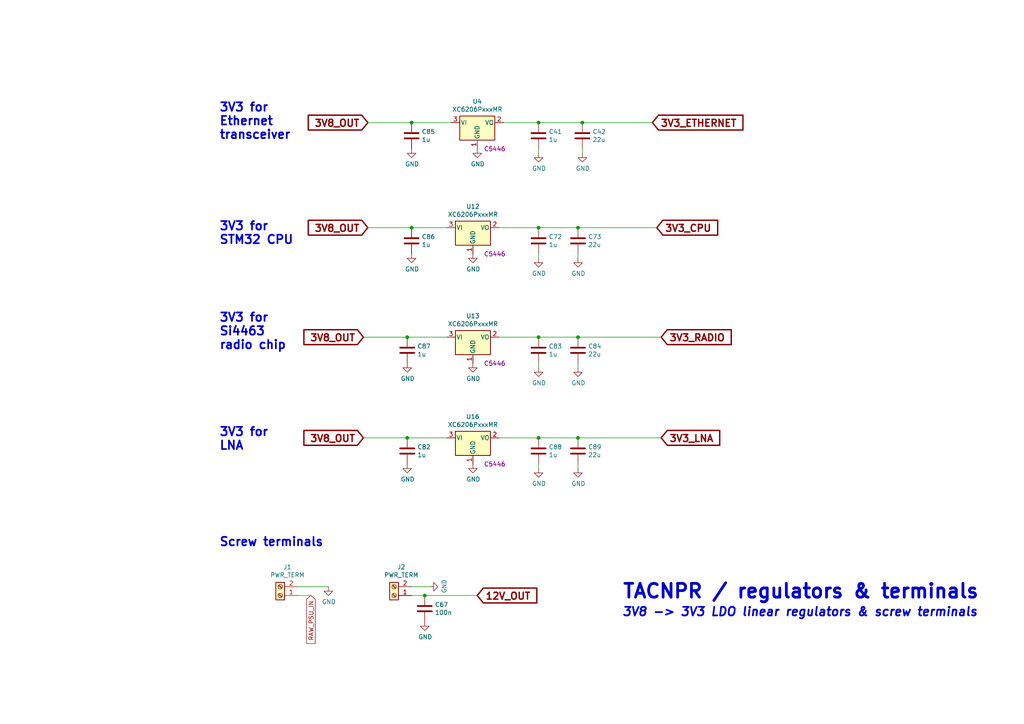
<source format=kicad_sch>
(kicad_sch (version 20211123) (generator eeschema)
  (paper "A4")
  (title_block (title "TACNPR (linear regulators)") (rev "C"))
  (lib_symbols
    (symbol "Connector:Screw_Terminal_01x02" (pin_names (offset 1.016) hide)
      (property "Reference" "J" (at 0 2.54 0))
      (property "Value" "Screw_Terminal_01x02" (at 0 -5.08 0))
      (symbol "Screw_Terminal_01x02_1_1"
        (rectangle (start -1.27 1.27) (end 1.27 -3.81) (stroke (width 0.254)) (fill (type background)))
        (circle (center 0 -2.54) (radius 0.635) (stroke (width 0.1524)))
        (polyline (pts (xy -0.5334 -2.2098) (xy 0.3302 -3.048)) (stroke (width 0.1524)))
        (polyline (pts (xy -0.5334 0.3302) (xy 0.3302 -0.508)) (stroke (width 0.1524)))
        (polyline (pts (xy -0.3556 -2.032) (xy 0.508 -2.8702)) (stroke (width 0.1524)))
        (polyline (pts (xy -0.3556 0.508) (xy 0.508 -0.3302)) (stroke (width 0.1524)))
        (circle (center 0 0) (radius 0.635) (stroke (width 0.1524)))
        (pin passive line (at -5.08 0 0) (length 3.81) (name "Pin_1") (number "1"))
        (pin passive line (at -5.08 -2.54 0) (length 3.81) (name "Pin_2") (number "2"))
      )
    )
    (symbol "Device:C" (pin_numbers hide) (pin_names (offset 0.254))
      (property "Reference" "C" (at 0.635 2.54 0))
      (property "Value" "C" (at 0.635 -2.54 0))
      (symbol "C_0_1"
        (polyline (pts (xy -2.032 -0.762) (xy 2.032 -0.762)) (stroke (width 0.508)))
        (polyline (pts (xy -2.032 0.762) (xy 2.032 0.762)) (stroke (width 0.508)))
      )
      (symbol "C_1_1"
        (pin passive line (at 0 3.81 270) (length 2.794) (name "~") (number "1"))
        (pin passive line (at 0 -3.81 90) (length 2.794) (name "~") (number "2"))
      )
    )
    (symbol "Regulator_Linear:XC6206PxxxMR" (pin_names (offset 0.254))
      (property "Reference" "U" (at -3.81 3.175 0))
      (property "Value" "XC6206PxxxMR" (at 0 3.175 0))
      (symbol "XC6206PxxxMR_0_1"
        (rectangle (start -5.08 1.905) (end 5.08 -5.08) (stroke (width 0.254)) (fill (type background)))
      )
      (symbol "XC6206PxxxMR_1_1"
        (pin power_in line (at 0 -7.62 90) (length 2.54) (name "GND") (number "1"))
        (pin power_out line (at 7.62 0 180) (length 2.54) (name "VO") (number "2"))
        (pin power_in line (at -7.62 0 0) (length 2.54) (name "VI") (number "3"))
      )
    )
    (symbol "power:GND" (power) (pin_names (offset 0))
      (property "Value" "GND" (at 0 -3.81 0))
      (symbol "GND_0_1"
        (polyline (pts (xy 0 0) (xy 0 -1.27) (xy 1.27 -1.27) (xy 0 -2.54) (xy -1.27 -1.27) (xy 0 -1.27)))
      )
      (symbol "GND_1_1"
        (pin power_in line (at 0 0 270) (length 0) hide (name "GND") (number "1"))
      )
    )
  )
  (junction (at 167.64 66.04))
  (junction (at 167.64 97.79))
  (junction (at 156.21 35.56))
  (junction (at 119.38 35.56))
  (junction (at 168.91 35.56))
  (junction (at 118.11 127))
  (junction (at 156.21 66.04))
  (junction (at 156.21 97.79))
  (junction (at 156.21 127))
  (junction (at 123.19 172.72))
  (junction (at 118.11 97.79))
  (junction (at 167.64 127))
  (junction (at 119.38 66.04))
  (wire (pts (xy 167.64 106.68) (xy 167.64 105.41)))
  (wire (pts (xy 106.68 35.56) (xy 119.38 35.56)))
  (wire (pts (xy 156.21 97.79) (xy 167.64 97.79)))
  (wire (pts (xy 156.21 35.56) (xy 168.91 35.56)))
  (wire (pts (xy 156.21 135.89) (xy 156.21 134.62)))
  (wire (pts (xy 144.78 97.79) (xy 156.21 97.79)))
  (wire (pts (xy 167.64 135.89) (xy 167.64 134.62)))
  (wire (pts (xy 144.78 66.04) (xy 156.21 66.04)))
  (wire (pts (xy 119.38 170.18) (xy 124.46 170.18)))
  (wire (pts (xy 156.21 127) (xy 167.64 127)))
  (wire (pts (xy 86.36 172.72) (xy 90.17 172.72)))
  (wire (pts (xy 86.36 170.18) (xy 95.25 170.18)))
  (wire (pts (xy 156.21 74.93) (xy 156.21 73.66)))
  (wire (pts (xy 119.38 35.56) (xy 130.81 35.56)))
  (wire (pts (xy 106.68 66.04) (xy 119.38 66.04)))
  (wire (pts (xy 156.21 66.04) (xy 167.64 66.04)))
  (wire (pts (xy 168.91 35.56) (xy 189.23 35.56)))
  (wire (pts (xy 156.21 44.45) (xy 156.21 43.18)))
  (wire (pts (xy 156.21 106.68) (xy 156.21 105.41)))
  (wire (pts (xy 118.11 97.79) (xy 129.54 97.79)))
  (wire (pts (xy 167.64 66.04) (xy 190.5 66.04)))
  (wire (pts (xy 119.38 66.04) (xy 129.54 66.04)))
  (wire (pts (xy 118.11 127) (xy 129.54 127)))
  (wire (pts (xy 105.41 97.79) (xy 118.11 97.79)))
  (wire (pts (xy 123.19 172.72) (xy 119.38 172.72)))
  (wire (pts (xy 167.64 74.93) (xy 167.64 73.66)))
  (wire (pts (xy 168.91 44.45) (xy 168.91 43.18)))
  (wire (pts (xy 167.64 127) (xy 191.77 127)))
  (wire (pts (xy 167.64 97.79) (xy 191.77 97.79)))
  (wire (pts (xy 105.41 127) (xy 118.11 127)))
  (wire (pts (xy 146.05 35.56) (xy 156.21 35.56)))
  (wire (pts (xy 144.78 127) (xy 156.21 127)))
  (wire (pts (xy 138.43 172.72) (xy 123.19 172.72)))
  (text "Screw terminals" (at 63.5 158.75 0) (effects (font (size 2.4638 2.4638) (thickness 0.4928) bold) (justify left bottom)))
  (text "3V3 for \nSTM32 CPU" (at 63.5 71.12 0) (effects (font (size 2.4638 2.4638) (thickness 0.4928) bold) (justify left bottom)))
  (text "TACNPR / regulators & terminals" (at 180.34 173.99 0) (effects (font (size 4.0132 4.0132) (thickness 0.8026) bold) (justify left bottom)))
  (text "3V3 for \nEthernet \ntransceiver" (at 63.5 40.64 0) (effects (font (size 2.4638 2.4638) (thickness 0.4928) bold) (justify left bottom)))
  (text "3V3 for \nLNA" (at 63.5 130.81 0) (effects (font (size 2.4638 2.4638) (thickness 0.4928) bold) (justify left bottom)))
  (text "3V3 for \nSi4463 \nradio chip" (at 63.5 101.6 0) (effects (font (size 2.4638 2.4638) (thickness 0.4928) bold) (justify left bottom)))
  (text "3V8 -> 3V3 LDO linear regulators & screw terminals" (at 180.34 179.07 0) (effects (font (size 2.4892 2.4892) (thickness 0.4978) bold italic) (justify left bottom)))
  (global_label "3V8_OUT" (shape input) (at 106.68 35.56 180) (effects (font (size 2.0066 2.0066) (thickness 0.4013) bold)) (property "Intersheet References" "${INTERSHEET_REFS}" (effects hide)))
  (global_label "3V3_CPU" (shape input) (at 190.5 66.04 0) (effects (font (size 2.0066 2.0066) (thickness 0.4013) bold)) (property "Intersheet References" "${INTERSHEET_REFS}" (effects hide)))
  (global_label "3V8_OUT" (shape input) (at 106.68 66.04 180) (effects (font (size 2.0066 2.0066) (thickness 0.4013) bold)) (property "Intersheet References" "${INTERSHEET_REFS}" (effects hide)))
  (global_label "12V_OUT" (shape input) (at 138.43 172.72 0) (effects (font (size 2.0066 2.0066) (thickness 0.4013) bold)) (property "Intersheet References" "${INTERSHEET_REFS}" (effects hide)))
  (global_label "3V8_OUT" (shape input) (at 105.41 127 180) (effects (font (size 2.0066 2.0066) (thickness 0.4013) bold)) (property "Intersheet References" "${INTERSHEET_REFS}" (effects hide)))
  (global_label "3V3_RADIO" (shape input) (at 191.77 97.79 0) (effects (font (size 2.0066 2.0066) (thickness 0.4013) bold)) (property "Intersheet References" "${INTERSHEET_REFS}" (effects hide)))
  (global_label "3V3_LNA" (shape input) (at 191.77 127 0) (effects (font (size 2.0066 2.0066) (thickness 0.4013) bold)) (property "Intersheet References" "${INTERSHEET_REFS}" (effects hide)))
  (global_label "RAW_PSU_IN" (shape input) (at 90.17 172.72 270) (property "Intersheet References" "${INTERSHEET_REFS}" (effects hide)))
  (global_label "3V8_OUT" (shape input) (at 105.41 97.79 180) (effects (font (size 2.0066 2.0066) (thickness 0.4013) bold)) (property "Intersheet References" "${INTERSHEET_REFS}" (effects hide)))
  (global_label "3V3_ETHERNET" (shape input) (at 189.23 35.56 0) (effects (font (size 2.0066 2.0066) (thickness 0.4013) bold)) (property "Intersheet References" "${INTERSHEET_REFS}" (effects hide)))
  (symbol (lib_id "power:GND") (at 156.21 44.45 0) (unit 1)
    (property "Reference" "#PWR0131" (effects hide))
    (property "Value" "GND" (at 156.337 48.8442 0))
  )
  (symbol (lib_id "Device:C") (at 156.21 39.37 0) (unit 1)
    (property "Reference" "C41" (at 159.131 38.2016 0) (effects (justify left)))
    (property "Value" "1u" (at 159.131 40.513 0) (effects (justify left)))
    (property "Footprint" "Capacitor_SMD:C_0805_2012Metric" (effects hide))
    (property "LCSC" "C28323" (effects hide))
  )
  (symbol (lib_id "power:GND") (at 156.21 74.93 0) (unit 1)
    (property "Reference" "#PWR0132" (effects hide))
    (property "Value" "GND" (at 156.337 79.3242 0))
  )
  (symbol (lib_id "Device:C") (at 156.21 69.85 0) (unit 1)
    (property "Reference" "C72" (at 159.131 68.6816 0) (effects (justify left)))
    (property "Value" "1u" (at 159.131 70.993 0) (effects (justify left)))
    (property "Footprint" "Capacitor_SMD:C_0805_2012Metric" (effects hide))
    (property "LCSC" "C28323" (effects hide))
  )
  (symbol (lib_id "Regulator_Linear:XC6206PxxxMR") (at 138.43 35.56 0) (unit 1)
    (property "Reference" "U4" (at 138.43 29.4132 0))
    (property "Value" "XC6206PxxxMR" (at 138.43 31.7246 0))
    (property "Footprint" "Package_TO_SOT_SMD:SOT-23" (effects hide))
    (property "Datasheet" "https://datasheet.lcsc.com/szlcsc/Torex-Semicon-XC6206P332MR_C5446.pdf" (effects hide))
    (property "LCSC" "C5446" (at 143.51 43.18 0))
  )
  (symbol (lib_id "Regulator_Linear:XC6206PxxxMR") (at 137.16 66.04 0) (unit 1)
    (property "Reference" "U12" (at 137.16 59.8932 0))
    (property "Value" "XC6206PxxxMR" (at 137.16 62.2046 0))
    (property "Footprint" "Package_TO_SOT_SMD:SOT-23" (effects hide))
    (property "Datasheet" "https://datasheet.lcsc.com/szlcsc/Torex-Semicon-XC6206P332MR_C5446.pdf" (effects hide))
    (property "LCSC" "C5446" (at 143.51 73.66 0))
  )
  (symbol (lib_id "power:GND") (at 168.91 44.45 0) (unit 1)
    (property "Reference" "#PWR0133" (effects hide))
    (property "Value" "GND" (at 169.037 48.8442 0))
  )
  (symbol (lib_id "Device:C") (at 168.91 39.37 0) (unit 1)
    (property "Reference" "C42" (at 171.831 38.2016 0) (effects (justify left)))
    (property "Value" "22u" (at 171.831 40.513 0) (effects (justify left)))
    (property "Footprint" "Capacitor_SMD:C_1206_3216Metric" (effects hide))
    (property "LCSC" "C12891" (effects hide))
  )
  (symbol (lib_id "power:GND") (at 167.64 74.93 0) (unit 1)
    (property "Reference" "#PWR0134" (effects hide))
    (property "Value" "GND" (at 167.767 79.3242 0))
  )
  (symbol (lib_id "Device:C") (at 167.64 69.85 0) (unit 1)
    (property "Reference" "C73" (at 170.561 68.6816 0) (effects (justify left)))
    (property "Value" "22u" (at 170.561 70.993 0) (effects (justify left)))
    (property "Footprint" "Capacitor_SMD:C_1206_3216Metric" (effects hide))
    (property "LCSC" "C12891" (effects hide))
  )
  (symbol (lib_id "power:GND") (at 137.16 73.66 0) (unit 1)
    (property "Reference" "#PWR0135" (effects hide))
    (property "Value" "GND" (at 137.287 78.0542 0))
  )
  (symbol (lib_id "power:GND") (at 138.43 43.18 0) (unit 1)
    (property "Reference" "#PWR0136" (effects hide))
    (property "Value" "GND" (at 138.557 47.5742 0))
  )
  (symbol (lib_id "power:GND") (at 156.21 106.68 0) (unit 1)
    (property "Reference" "#PWR0137" (effects hide))
    (property "Value" "GND" (at 156.337 111.0742 0))
  )
  (symbol (lib_id "Device:C") (at 156.21 101.6 0) (unit 1)
    (property "Reference" "C83" (at 159.131 100.4316 0) (effects (justify left)))
    (property "Value" "1u" (at 159.131 102.743 0) (effects (justify left)))
    (property "Footprint" "Capacitor_SMD:C_0805_2012Metric" (effects hide))
    (property "LCSC" "C28323" (effects hide))
  )
  (symbol (lib_id "Regulator_Linear:XC6206PxxxMR") (at 137.16 97.79 0) (unit 1)
    (property "Reference" "U13" (at 137.16 91.6432 0))
    (property "Value" "XC6206PxxxMR" (at 137.16 93.9546 0))
    (property "Footprint" "Package_TO_SOT_SMD:SOT-23" (effects hide))
    (property "Datasheet" "https://www.torexsemi.com/file/xc6206/XC6206.pdf" (effects hide))
    (property "LCSC" "C5446" (at 143.51 105.41 0))
  )
  (symbol (lib_id "power:GND") (at 167.64 106.68 0) (unit 1)
    (property "Reference" "#PWR0138" (effects hide))
    (property "Value" "GND" (at 167.767 111.0742 0))
  )
  (symbol (lib_id "Device:C") (at 167.64 101.6 0) (unit 1)
    (property "Reference" "C84" (at 170.561 100.4316 0) (effects (justify left)))
    (property "Value" "22u" (at 170.561 102.743 0) (effects (justify left)))
    (property "Footprint" "Capacitor_SMD:C_1206_3216Metric" (effects hide))
    (property "LCSC" "C12891" (effects hide))
  )
  (symbol (lib_id "power:GND") (at 137.16 105.41 0) (unit 1)
    (property "Reference" "#PWR0139" (effects hide))
    (property "Value" "GND" (at 137.287 109.8042 0))
  )
  (symbol (lib_id "Device:C") (at 119.38 39.37 0) (unit 1)
    (property "Reference" "C85" (at 122.301 38.2016 0) (effects (justify left)))
    (property "Value" "1u" (at 122.301 40.513 0) (effects (justify left)))
    (property "Footprint" "Capacitor_SMD:C_0805_2012Metric" (effects hide))
    (property "LCSC" "C28323" (effects hide))
  )
  (symbol (lib_id "power:GND") (at 119.38 43.18 0) (unit 1)
    (property "Reference" "#PWR0140" (effects hide))
    (property "Value" "GND" (at 119.507 47.5742 0))
  )
  (symbol (lib_id "Device:C") (at 118.11 101.6 0) (unit 1)
    (property "Reference" "C87" (at 121.031 100.4316 0) (effects (justify left)))
    (property "Value" "1u" (at 121.031 102.743 0) (effects (justify left)))
    (property "Footprint" "Capacitor_SMD:C_0805_2012Metric" (effects hide))
    (property "LCSC" "C28323" (effects hide))
  )
  (symbol (lib_id "Device:C") (at 119.38 69.85 0) (unit 1)
    (property "Reference" "C86" (at 122.301 68.6816 0) (effects (justify left)))
    (property "Value" "1u" (at 122.301 70.993 0) (effects (justify left)))
    (property "Footprint" "Capacitor_SMD:C_0805_2012Metric" (effects hide))
    (property "LCSC" "C28323" (effects hide))
  )
  (symbol (lib_id "power:GND") (at 119.38 73.66 0) (unit 1)
    (property "Reference" "#PWR0141" (effects hide))
    (property "Value" "GND" (at 119.507 78.0542 0))
  )
  (symbol (lib_id "power:GND") (at 118.11 105.41 0) (unit 1)
    (property "Reference" "#PWR0142" (effects hide))
    (property "Value" "GND" (at 118.237 109.8042 0))
  )
  (symbol (lib_id "Device:C") (at 123.19 176.53 0) (unit 1)
    (property "Reference" "C67" (at 126.111 175.3616 0) (effects (justify left)))
    (property "Value" "100n" (at 126.111 177.673 0) (effects (justify left)))
    (property "Footprint" "Capacitor_SMD:C_0603_1608Metric" (effects hide))
    (property "LCSC" "C14663" (effects hide))
  )
  (symbol (lib_id "power:GND") (at 123.19 180.34 0) (unit 1)
    (property "Reference" "#PWR0144" (effects hide))
    (property "Value" "GND" (at 123.317 184.7342 0))
  )
  (symbol (lib_id "Connector:Screw_Terminal_01x02") (at 81.28 172.72 180) (unit 1)
    (property "Reference" "J1" (at 83.3628 164.465 0))
    (property "Value" "PWR_TERM" (at 83.3628 166.7764 0))
    (property "Footprint" "TerminalBlock_Phoenix:TerminalBlock_Phoenix_MKDS-1,5-2_1x02_P5.00mm_Horizontal" (effects hide))
    (property "LCSC" "C474881" (effects hide))
  )
  (symbol (lib_id "power:GND") (at 95.25 170.18 0) (unit 1)
    (property "Reference" "#PWR0148" (effects hide))
    (property "Value" "GND" (at 95.377 174.5742 0))
  )
  (symbol (lib_id "Connector:Screw_Terminal_01x02") (at 114.3 172.72 180) (unit 1)
    (property "Reference" "J2" (at 116.3828 164.465 0))
    (property "Value" "PWR_TERM" (at 116.3828 166.7764 0))
    (property "Footprint" "TerminalBlock_Phoenix:TerminalBlock_Phoenix_MKDS-1,5-2_1x02_P5.00mm_Horizontal" (effects hide))
    (property "LCSC" "C474881" (effects hide))
  )
  (symbol (lib_id "power:GND") (at 124.46 170.18 90) (unit 1)
    (property "Reference" "#PWR0156" (effects hide))
    (property "Value" "GND" (at 128.8542 170.053 0))
  )
  (symbol (lib_id "power:GND") (at 156.21 135.89 0) (unit 1)
    (property "Reference" "#PWR0176" (effects hide))
    (property "Value" "GND" (at 156.337 140.2842 0))
  )
  (symbol (lib_id "Device:C") (at 156.21 130.81 0) (unit 1)
    (property "Reference" "C88" (at 159.131 129.6416 0) (effects (justify left)))
    (property "Value" "1u" (at 159.131 131.953 0) (effects (justify left)))
    (property "Footprint" "Capacitor_SMD:C_0805_2012Metric" (effects hide))
    (property "LCSC" "C28323" (effects hide))
  )
  (symbol (lib_id "Regulator_Linear:XC6206PxxxMR") (at 137.16 127 0) (unit 1)
    (property "Reference" "U16" (at 137.16 120.8532 0))
    (property "Value" "XC6206PxxxMR" (at 137.16 123.1646 0))
    (property "Footprint" "Package_TO_SOT_SMD:SOT-23" (effects hide))
    (property "Datasheet" "https://www.torexsemi.com/file/xc6206/XC6206.pdf" (effects hide))
    (property "LCSC" "C5446" (at 143.51 134.62 0))
  )
  (symbol (lib_id "power:GND") (at 167.64 135.89 0) (unit 1)
    (property "Reference" "#PWR0177" (effects hide))
    (property "Value" "GND" (at 167.767 140.2842 0))
  )
  (symbol (lib_id "Device:C") (at 167.64 130.81 0) (unit 1)
    (property "Reference" "C89" (at 170.561 129.6416 0) (effects (justify left)))
    (property "Value" "22u" (at 170.561 131.953 0) (effects (justify left)))
    (property "Footprint" "Capacitor_SMD:C_1206_3216Metric" (effects hide))
    (property "LCSC" "C12891" (effects hide))
  )
  (symbol (lib_id "power:GND") (at 137.16 134.62 0) (unit 1)
    (property "Reference" "#PWR0178" (effects hide))
    (property "Value" "GND" (at 137.287 139.0142 0))
  )
  (symbol (lib_id "Device:C") (at 118.11 130.81 0) (unit 1)
    (property "Reference" "C82" (at 121.031 129.6416 0) (effects (justify left)))
    (property "Value" "1u" (at 121.031 131.953 0) (effects (justify left)))
    (property "Footprint" "Capacitor_SMD:C_0805_2012Metric" (effects hide))
    (property "LCSC" "C28323" (effects hide))
  )
  (symbol (lib_id "power:GND") (at 118.11 134.62 0) (unit 1)
    (property "Reference" "#PWR0179" (effects hide))
    (property "Value" "GND" (at 118.237 139.0142 0))
  )
)
</source>
